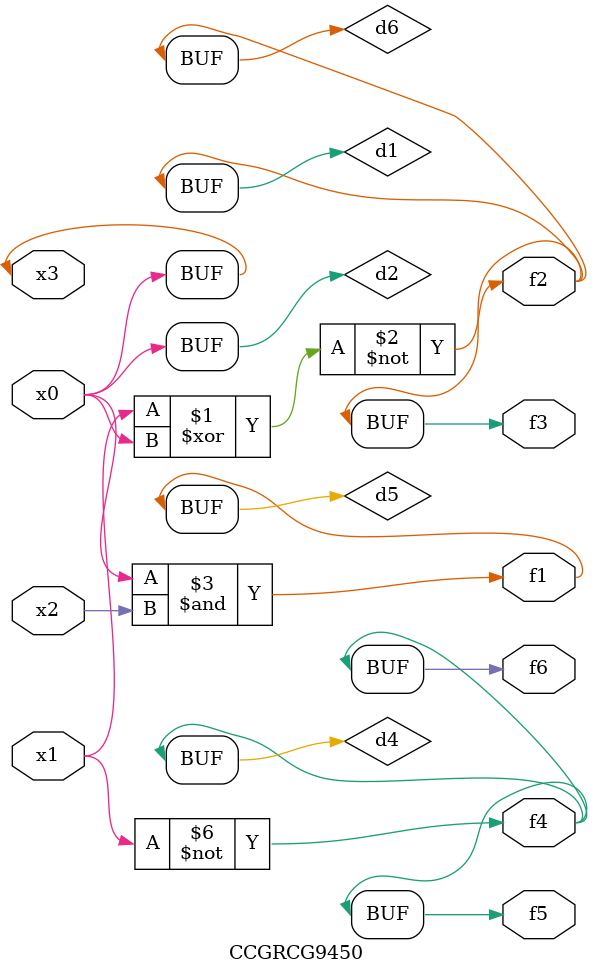
<source format=v>
module CCGRCG9450(
	input x0, x1, x2, x3,
	output f1, f2, f3, f4, f5, f6
);

	wire d1, d2, d3, d4, d5, d6;

	xnor (d1, x1, x3);
	buf (d2, x0, x3);
	nand (d3, x0, x2);
	not (d4, x1);
	nand (d5, d3);
	or (d6, d1);
	assign f1 = d5;
	assign f2 = d6;
	assign f3 = d6;
	assign f4 = d4;
	assign f5 = d4;
	assign f6 = d4;
endmodule

</source>
